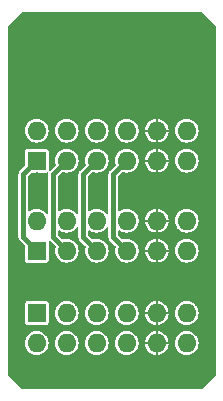
<source format=gbl>
G04 #@! TF.GenerationSoftware,KiCad,Pcbnew,7.0.1*
G04 #@! TF.CreationDate,2023-03-21T03:45:51+09:00*
G04 #@! TF.ProjectId,Pmod_Debug,506d6f64-5f44-4656-9275-672e6b696361,rev?*
G04 #@! TF.SameCoordinates,Original*
G04 #@! TF.FileFunction,Copper,L2,Bot*
G04 #@! TF.FilePolarity,Positive*
%FSLAX46Y46*%
G04 Gerber Fmt 4.6, Leading zero omitted, Abs format (unit mm)*
G04 Created by KiCad (PCBNEW 7.0.1) date 2023-03-21 03:45:51*
%MOMM*%
%LPD*%
G01*
G04 APERTURE LIST*
G04 #@! TA.AperFunction,ComponentPad*
%ADD10R,1.600000X1.600000*%
G04 #@! TD*
G04 #@! TA.AperFunction,ComponentPad*
%ADD11O,1.600000X1.600000*%
G04 #@! TD*
G04 #@! TA.AperFunction,ViaPad*
%ADD12C,0.800000*%
G04 #@! TD*
G04 #@! TA.AperFunction,Conductor*
%ADD13C,0.400000*%
G04 #@! TD*
G04 APERTURE END LIST*
D10*
G04 #@! TO.P,J1,1,Pin_1*
G04 #@! TO.N,/PMOD_P1*
X5080000Y-34490000D03*
D11*
G04 #@! TO.P,J1,2,Pin_2*
G04 #@! TO.N,/PMOD_P2*
X7620000Y-34490000D03*
G04 #@! TO.P,J1,3,Pin_3*
G04 #@! TO.N,/PMOD_P3*
X10160000Y-34490000D03*
G04 #@! TO.P,J1,4,Pin_4*
G04 #@! TO.N,/PMOD_P4*
X12700000Y-34490000D03*
G04 #@! TO.P,J1,5,Pin_5*
G04 #@! TO.N,GND*
X15240000Y-34490000D03*
G04 #@! TO.P,J1,6,Pin_6*
G04 #@! TO.N,+3V3*
X17780000Y-34490000D03*
G04 #@! TO.P,J1,7,Pin_7*
G04 #@! TO.N,/PMOD_P7*
X5080000Y-37030000D03*
G04 #@! TO.P,J1,8,Pin_8*
G04 #@! TO.N,/PMOD_P8*
X7620000Y-37030000D03*
G04 #@! TO.P,J1,9,Pin_9*
G04 #@! TO.N,/PMOD_P9*
X10160000Y-37030000D03*
G04 #@! TO.P,J1,10,Pin_10*
G04 #@! TO.N,/PMOD_P10*
X12700000Y-37030000D03*
G04 #@! TO.P,J1,11,Pin_11*
G04 #@! TO.N,GND*
X15240000Y-37030000D03*
G04 #@! TO.P,J1,12,Pin_12*
G04 #@! TO.N,+3V3*
X17780000Y-37030000D03*
G04 #@! TD*
D10*
G04 #@! TO.P,J2,1,Pin_1*
G04 #@! TO.N,/PMOD_P1*
X5080000Y-29210000D03*
D11*
G04 #@! TO.P,J2,2,Pin_2*
G04 #@! TO.N,/PMOD_P2*
X7620000Y-29210000D03*
G04 #@! TO.P,J2,3,Pin_3*
G04 #@! TO.N,/PMOD_P3*
X10160000Y-29210000D03*
G04 #@! TO.P,J2,4,Pin_4*
G04 #@! TO.N,/PMOD_P4*
X12700000Y-29210000D03*
G04 #@! TO.P,J2,5,Pin_5*
G04 #@! TO.N,GND*
X15240000Y-29210000D03*
G04 #@! TO.P,J2,6,Pin_6*
G04 #@! TO.N,+3V3*
X17780000Y-29210000D03*
G04 #@! TO.P,J2,7,Pin_7*
G04 #@! TO.N,/PMOD_P7*
X5080000Y-26670000D03*
G04 #@! TO.P,J2,8,Pin_8*
G04 #@! TO.N,/PMOD_P8*
X7620000Y-26670000D03*
G04 #@! TO.P,J2,9,Pin_9*
G04 #@! TO.N,/PMOD_P9*
X10160000Y-26670000D03*
G04 #@! TO.P,J2,10,Pin_10*
G04 #@! TO.N,/PMOD_P10*
X12700000Y-26670000D03*
G04 #@! TO.P,J2,11,Pin_11*
G04 #@! TO.N,GND*
X15240000Y-26670000D03*
G04 #@! TO.P,J2,12,Pin_12*
G04 #@! TO.N,+3V3*
X17780000Y-26670000D03*
G04 #@! TD*
D10*
G04 #@! TO.P,J3,1,Pin_1*
G04 #@! TO.N,/PMOD_P1*
X5080000Y-21590000D03*
D11*
G04 #@! TO.P,J3,2,Pin_2*
G04 #@! TO.N,/PMOD_P2*
X7620000Y-21590000D03*
G04 #@! TO.P,J3,3,Pin_3*
G04 #@! TO.N,/PMOD_P3*
X10160000Y-21590000D03*
G04 #@! TO.P,J3,4,Pin_4*
G04 #@! TO.N,/PMOD_P4*
X12700000Y-21590000D03*
G04 #@! TO.P,J3,5,Pin_5*
G04 #@! TO.N,GND*
X15240000Y-21590000D03*
G04 #@! TO.P,J3,6,Pin_6*
G04 #@! TO.N,+3V3*
X17780000Y-21590000D03*
G04 #@! TO.P,J3,7,Pin_7*
G04 #@! TO.N,/PMOD_P7*
X5080000Y-19050000D03*
G04 #@! TO.P,J3,8,Pin_8*
G04 #@! TO.N,/PMOD_P8*
X7620000Y-19050000D03*
G04 #@! TO.P,J3,9,Pin_9*
G04 #@! TO.N,/PMOD_P9*
X10160000Y-19050000D03*
G04 #@! TO.P,J3,10,Pin_10*
G04 #@! TO.N,/PMOD_P10*
X12700000Y-19050000D03*
G04 #@! TO.P,J3,11,Pin_11*
G04 #@! TO.N,GND*
X15240000Y-19050000D03*
G04 #@! TO.P,J3,12,Pin_12*
G04 #@! TO.N,+3V3*
X17780000Y-19050000D03*
G04 #@! TD*
D12*
G04 #@! TO.N,GND*
X5100000Y-25000000D03*
X7700000Y-24900000D03*
X10300000Y-24900000D03*
X7700000Y-23400000D03*
X12800000Y-24900000D03*
X12800000Y-23400000D03*
X5100000Y-23000000D03*
X10300000Y-23400000D03*
G04 #@! TD*
D13*
G04 #@! TO.N,/PMOD_P1*
X3930000Y-22740000D02*
X5080000Y-21590000D01*
X5080000Y-29210000D02*
X3930000Y-28060000D01*
X3930000Y-28060000D02*
X3930000Y-22740000D01*
G04 #@! TO.N,/PMOD_P2*
X6470000Y-28060000D02*
X6470000Y-22740000D01*
X6470000Y-22740000D02*
X7620000Y-21590000D01*
X7620000Y-29210000D02*
X6470000Y-28060000D01*
G04 #@! TO.N,/PMOD_P3*
X9010000Y-28060000D02*
X9010000Y-22740000D01*
X10160000Y-29210000D02*
X9010000Y-28060000D01*
X9010000Y-22740000D02*
X10160000Y-21590000D01*
G04 #@! TO.N,/PMOD_P4*
X11550000Y-28060000D02*
X11550000Y-22740000D01*
X11550000Y-22740000D02*
X12700000Y-21590000D01*
X12700000Y-29210000D02*
X11550000Y-28060000D01*
G04 #@! TD*
G04 #@! TA.AperFunction,Conductor*
G04 #@! TO.N,GND*
G36*
X6008386Y-22585902D02*
G01*
X6052815Y-22622364D01*
X6069500Y-22677366D01*
X6069500Y-26021925D01*
X6051441Y-26078930D01*
X6003852Y-26115138D01*
X5944096Y-26117339D01*
X5893972Y-26084730D01*
X5829500Y-26006172D01*
X5790883Y-25959117D01*
X5667694Y-25858018D01*
X5638536Y-25834088D01*
X5464727Y-25741185D01*
X5276130Y-25683975D01*
X5080000Y-25664658D01*
X4883869Y-25683975D01*
X4695272Y-25741185D01*
X4521462Y-25834088D01*
X4492305Y-25858018D01*
X4441619Y-25879745D01*
X4387172Y-25870985D01*
X4345859Y-25834455D01*
X4330500Y-25781490D01*
X4330500Y-22946901D01*
X4338036Y-22909015D01*
X4359496Y-22876897D01*
X4616897Y-22619496D01*
X4649015Y-22598036D01*
X4686901Y-22590500D01*
X5899747Y-22590500D01*
X5899748Y-22590500D01*
X5951187Y-22580268D01*
X6008386Y-22585902D01*
G37*
G04 #@! TD.AperFunction*
G04 #@! TA.AperFunction,Conductor*
G36*
X19015605Y-8973036D02*
G01*
X19047723Y-8994496D01*
X20215504Y-10162277D01*
X20236964Y-10194395D01*
X20244500Y-10232281D01*
X20244500Y-39657719D01*
X20236964Y-39695605D01*
X20215504Y-39727723D01*
X19047722Y-40895504D01*
X19015604Y-40916964D01*
X18977718Y-40924500D01*
X3882281Y-40924500D01*
X3844395Y-40916964D01*
X3812277Y-40895504D01*
X2644496Y-39727722D01*
X2623036Y-39695604D01*
X2615500Y-39657718D01*
X2615500Y-37029999D01*
X4074658Y-37029999D01*
X4093975Y-37226130D01*
X4151185Y-37414727D01*
X4244088Y-37588536D01*
X4244090Y-37588538D01*
X4369117Y-37740883D01*
X4498298Y-37846900D01*
X4521463Y-37865911D01*
X4695272Y-37958814D01*
X4789570Y-37987419D01*
X4883868Y-38016024D01*
X5080000Y-38035341D01*
X5276132Y-38016024D01*
X5464727Y-37958814D01*
X5638538Y-37865910D01*
X5790883Y-37740883D01*
X5915910Y-37588538D01*
X6008814Y-37414727D01*
X6066024Y-37226132D01*
X6085341Y-37030000D01*
X6085341Y-37029999D01*
X6614658Y-37029999D01*
X6633975Y-37226130D01*
X6691185Y-37414727D01*
X6784088Y-37588536D01*
X6784090Y-37588538D01*
X6909117Y-37740883D01*
X7038298Y-37846900D01*
X7061463Y-37865911D01*
X7235272Y-37958814D01*
X7329570Y-37987419D01*
X7423868Y-38016024D01*
X7620000Y-38035341D01*
X7816132Y-38016024D01*
X8004727Y-37958814D01*
X8178538Y-37865910D01*
X8330883Y-37740883D01*
X8455910Y-37588538D01*
X8548814Y-37414727D01*
X8606024Y-37226132D01*
X8625341Y-37030000D01*
X8625341Y-37029999D01*
X9154658Y-37029999D01*
X9173975Y-37226130D01*
X9231185Y-37414727D01*
X9324088Y-37588536D01*
X9324090Y-37588538D01*
X9449117Y-37740883D01*
X9578298Y-37846900D01*
X9601463Y-37865911D01*
X9775272Y-37958814D01*
X9869570Y-37987419D01*
X9963868Y-38016024D01*
X10160000Y-38035341D01*
X10356132Y-38016024D01*
X10544727Y-37958814D01*
X10718538Y-37865910D01*
X10870883Y-37740883D01*
X10995910Y-37588538D01*
X11088814Y-37414727D01*
X11146024Y-37226132D01*
X11165341Y-37030000D01*
X11165341Y-37029999D01*
X11694658Y-37029999D01*
X11713975Y-37226130D01*
X11771185Y-37414727D01*
X11864088Y-37588536D01*
X11864090Y-37588538D01*
X11989117Y-37740883D01*
X12118298Y-37846900D01*
X12141463Y-37865911D01*
X12315272Y-37958814D01*
X12409570Y-37987419D01*
X12503868Y-38016024D01*
X12700000Y-38035341D01*
X12896132Y-38016024D01*
X13084727Y-37958814D01*
X13258538Y-37865910D01*
X13410883Y-37740883D01*
X13535910Y-37588538D01*
X13628814Y-37414727D01*
X13686024Y-37226132D01*
X13695492Y-37130000D01*
X14245010Y-37130000D01*
X14254469Y-37226034D01*
X14311649Y-37414536D01*
X14404504Y-37588254D01*
X14529472Y-37740527D01*
X14681745Y-37865495D01*
X14855463Y-37958350D01*
X15043965Y-38015530D01*
X15140000Y-38024990D01*
X15340000Y-38024990D01*
X15436034Y-38015530D01*
X15624536Y-37958350D01*
X15798254Y-37865495D01*
X15950527Y-37740527D01*
X16075495Y-37588254D01*
X16168350Y-37414536D01*
X16225530Y-37226034D01*
X16234990Y-37130000D01*
X15340001Y-37130000D01*
X15340000Y-37130001D01*
X15340000Y-38024990D01*
X15140000Y-38024990D01*
X15140000Y-37130001D01*
X15139999Y-37130000D01*
X14245010Y-37130000D01*
X13695492Y-37130000D01*
X13705341Y-37030000D01*
X16774658Y-37030000D01*
X16793975Y-37226130D01*
X16851185Y-37414727D01*
X16944088Y-37588536D01*
X16944090Y-37588538D01*
X17069117Y-37740883D01*
X17198298Y-37846900D01*
X17221463Y-37865911D01*
X17395272Y-37958814D01*
X17489570Y-37987419D01*
X17583868Y-38016024D01*
X17780000Y-38035341D01*
X17976132Y-38016024D01*
X18164727Y-37958814D01*
X18338538Y-37865910D01*
X18490883Y-37740883D01*
X18615910Y-37588538D01*
X18708814Y-37414727D01*
X18766024Y-37226132D01*
X18785341Y-37030000D01*
X18766024Y-36833868D01*
X18708814Y-36645273D01*
X18708814Y-36645272D01*
X18615911Y-36471463D01*
X18596900Y-36448298D01*
X18490883Y-36319117D01*
X18384864Y-36232109D01*
X18338536Y-36194088D01*
X18164727Y-36101185D01*
X17976130Y-36043975D01*
X17780000Y-36024658D01*
X17583869Y-36043975D01*
X17395272Y-36101185D01*
X17221463Y-36194088D01*
X17069117Y-36319117D01*
X16944088Y-36471463D01*
X16851185Y-36645272D01*
X16793975Y-36833869D01*
X16774658Y-37030000D01*
X13705341Y-37030000D01*
X13695492Y-36930000D01*
X14245009Y-36930000D01*
X15139999Y-36930000D01*
X15140000Y-36929999D01*
X15140000Y-36035009D01*
X15339999Y-36035009D01*
X15340000Y-36035010D01*
X15340000Y-36929999D01*
X15340001Y-36930000D01*
X16234990Y-36930000D01*
X16225530Y-36833965D01*
X16168350Y-36645463D01*
X16075495Y-36471745D01*
X15950527Y-36319472D01*
X15798254Y-36194504D01*
X15624536Y-36101649D01*
X15436034Y-36044469D01*
X15339999Y-36035009D01*
X15140000Y-36035009D01*
X15043965Y-36044469D01*
X14855463Y-36101649D01*
X14681745Y-36194504D01*
X14529472Y-36319472D01*
X14404504Y-36471745D01*
X14311649Y-36645463D01*
X14254469Y-36833965D01*
X14245009Y-36930000D01*
X13695492Y-36930000D01*
X13686024Y-36833868D01*
X13628814Y-36645273D01*
X13628814Y-36645272D01*
X13535911Y-36471463D01*
X13516900Y-36448298D01*
X13410883Y-36319117D01*
X13304864Y-36232109D01*
X13258536Y-36194088D01*
X13084727Y-36101185D01*
X12896130Y-36043975D01*
X12700000Y-36024658D01*
X12503869Y-36043975D01*
X12315272Y-36101185D01*
X12141463Y-36194088D01*
X11989117Y-36319117D01*
X11864088Y-36471463D01*
X11771185Y-36645272D01*
X11713975Y-36833869D01*
X11694658Y-37029999D01*
X11165341Y-37029999D01*
X11146024Y-36833868D01*
X11088814Y-36645273D01*
X11088814Y-36645272D01*
X10995911Y-36471463D01*
X10976900Y-36448298D01*
X10870883Y-36319117D01*
X10764864Y-36232109D01*
X10718536Y-36194088D01*
X10544727Y-36101185D01*
X10356130Y-36043975D01*
X10160000Y-36024658D01*
X9963869Y-36043975D01*
X9775272Y-36101185D01*
X9601463Y-36194088D01*
X9449117Y-36319117D01*
X9324088Y-36471463D01*
X9231185Y-36645272D01*
X9173975Y-36833869D01*
X9154658Y-37029999D01*
X8625341Y-37029999D01*
X8606024Y-36833868D01*
X8548814Y-36645273D01*
X8548814Y-36645272D01*
X8455911Y-36471463D01*
X8436900Y-36448298D01*
X8330883Y-36319117D01*
X8224864Y-36232109D01*
X8178536Y-36194088D01*
X8004727Y-36101185D01*
X7816130Y-36043975D01*
X7620000Y-36024658D01*
X7423869Y-36043975D01*
X7235272Y-36101185D01*
X7061463Y-36194088D01*
X6909117Y-36319117D01*
X6784088Y-36471463D01*
X6691185Y-36645272D01*
X6633975Y-36833869D01*
X6614658Y-37029999D01*
X6085341Y-37029999D01*
X6066024Y-36833868D01*
X6008814Y-36645273D01*
X6008814Y-36645272D01*
X5915911Y-36471463D01*
X5896900Y-36448298D01*
X5790883Y-36319117D01*
X5684864Y-36232109D01*
X5638536Y-36194088D01*
X5464727Y-36101185D01*
X5276130Y-36043975D01*
X5080000Y-36024658D01*
X4883869Y-36043975D01*
X4695272Y-36101185D01*
X4521463Y-36194088D01*
X4369117Y-36319117D01*
X4244088Y-36471463D01*
X4151185Y-36645272D01*
X4093975Y-36833869D01*
X4074658Y-37029999D01*
X2615500Y-37029999D01*
X2615500Y-35309747D01*
X4079500Y-35309747D01*
X4091133Y-35368231D01*
X4135447Y-35434552D01*
X4179762Y-35464162D01*
X4201769Y-35478867D01*
X4260252Y-35490500D01*
X5899747Y-35490500D01*
X5899748Y-35490500D01*
X5958231Y-35478867D01*
X6024552Y-35434552D01*
X6068867Y-35368231D01*
X6080500Y-35309748D01*
X6080500Y-34490000D01*
X6614658Y-34490000D01*
X6633975Y-34686130D01*
X6691185Y-34874727D01*
X6784088Y-35048536D01*
X6784090Y-35048538D01*
X6909117Y-35200883D01*
X7038298Y-35306900D01*
X7061463Y-35325911D01*
X7235272Y-35418814D01*
X7329570Y-35447419D01*
X7423868Y-35476024D01*
X7620000Y-35495341D01*
X7816132Y-35476024D01*
X8004727Y-35418814D01*
X8178538Y-35325910D01*
X8330883Y-35200883D01*
X8455910Y-35048538D01*
X8548814Y-34874727D01*
X8606024Y-34686132D01*
X8625341Y-34490000D01*
X9154658Y-34490000D01*
X9173975Y-34686130D01*
X9231185Y-34874727D01*
X9324088Y-35048536D01*
X9324090Y-35048538D01*
X9449117Y-35200883D01*
X9578298Y-35306900D01*
X9601463Y-35325911D01*
X9775272Y-35418814D01*
X9869570Y-35447419D01*
X9963868Y-35476024D01*
X10160000Y-35495341D01*
X10356132Y-35476024D01*
X10544727Y-35418814D01*
X10718538Y-35325910D01*
X10870883Y-35200883D01*
X10995910Y-35048538D01*
X11088814Y-34874727D01*
X11146024Y-34686132D01*
X11165341Y-34490000D01*
X11694658Y-34490000D01*
X11713975Y-34686130D01*
X11771185Y-34874727D01*
X11864088Y-35048536D01*
X11864090Y-35048538D01*
X11989117Y-35200883D01*
X12118298Y-35306900D01*
X12141463Y-35325911D01*
X12315272Y-35418814D01*
X12409570Y-35447419D01*
X12503868Y-35476024D01*
X12700000Y-35495341D01*
X12896132Y-35476024D01*
X13084727Y-35418814D01*
X13258538Y-35325910D01*
X13410883Y-35200883D01*
X13535910Y-35048538D01*
X13628814Y-34874727D01*
X13686024Y-34686132D01*
X13695492Y-34590000D01*
X14245010Y-34590000D01*
X14254469Y-34686034D01*
X14311649Y-34874536D01*
X14404504Y-35048254D01*
X14529472Y-35200527D01*
X14681745Y-35325495D01*
X14855463Y-35418350D01*
X15043965Y-35475530D01*
X15140000Y-35484990D01*
X15340000Y-35484990D01*
X15436034Y-35475530D01*
X15624536Y-35418350D01*
X15798254Y-35325495D01*
X15950527Y-35200527D01*
X16075495Y-35048254D01*
X16168350Y-34874536D01*
X16225530Y-34686034D01*
X16234990Y-34590000D01*
X15340001Y-34590000D01*
X15340000Y-34590001D01*
X15340000Y-35484990D01*
X15140000Y-35484990D01*
X15140000Y-34590001D01*
X15139999Y-34590000D01*
X14245010Y-34590000D01*
X13695492Y-34590000D01*
X13705341Y-34490000D01*
X13705341Y-34489999D01*
X16774658Y-34489999D01*
X16793975Y-34686130D01*
X16851185Y-34874727D01*
X16944088Y-35048536D01*
X16944090Y-35048538D01*
X17069117Y-35200883D01*
X17198298Y-35306900D01*
X17221463Y-35325911D01*
X17395272Y-35418814D01*
X17489570Y-35447419D01*
X17583868Y-35476024D01*
X17780000Y-35495341D01*
X17976132Y-35476024D01*
X18164727Y-35418814D01*
X18338538Y-35325910D01*
X18490883Y-35200883D01*
X18615910Y-35048538D01*
X18708814Y-34874727D01*
X18766024Y-34686132D01*
X18785341Y-34490000D01*
X18766024Y-34293868D01*
X18708814Y-34105273D01*
X18708814Y-34105272D01*
X18615911Y-33931463D01*
X18596900Y-33908298D01*
X18490883Y-33779117D01*
X18358233Y-33670253D01*
X18338536Y-33654088D01*
X18164727Y-33561185D01*
X17976130Y-33503975D01*
X17780000Y-33484658D01*
X17583869Y-33503975D01*
X17395272Y-33561185D01*
X17221463Y-33654088D01*
X17069117Y-33779117D01*
X16944088Y-33931463D01*
X16851185Y-34105272D01*
X16793975Y-34293869D01*
X16774658Y-34489999D01*
X13705341Y-34489999D01*
X13695492Y-34390000D01*
X14245009Y-34390000D01*
X15139999Y-34390000D01*
X15140000Y-34389999D01*
X15140000Y-33495009D01*
X15339999Y-33495009D01*
X15340000Y-33495010D01*
X15340000Y-34389999D01*
X15340001Y-34390000D01*
X16234990Y-34390000D01*
X16225530Y-34293965D01*
X16168350Y-34105463D01*
X16075495Y-33931745D01*
X15950527Y-33779472D01*
X15798254Y-33654504D01*
X15624536Y-33561649D01*
X15436034Y-33504469D01*
X15339999Y-33495009D01*
X15140000Y-33495009D01*
X15043965Y-33504469D01*
X14855463Y-33561649D01*
X14681745Y-33654504D01*
X14529472Y-33779472D01*
X14404504Y-33931745D01*
X14311649Y-34105463D01*
X14254469Y-34293965D01*
X14245009Y-34390000D01*
X13695492Y-34390000D01*
X13686024Y-34293868D01*
X13628814Y-34105273D01*
X13628814Y-34105272D01*
X13535911Y-33931463D01*
X13516900Y-33908298D01*
X13410883Y-33779117D01*
X13278233Y-33670253D01*
X13258536Y-33654088D01*
X13084727Y-33561185D01*
X12896130Y-33503975D01*
X12700000Y-33484658D01*
X12503869Y-33503975D01*
X12315272Y-33561185D01*
X12141463Y-33654088D01*
X11989117Y-33779117D01*
X11864088Y-33931463D01*
X11771185Y-34105272D01*
X11713975Y-34293869D01*
X11694658Y-34490000D01*
X11165341Y-34490000D01*
X11146024Y-34293868D01*
X11088814Y-34105273D01*
X11088814Y-34105272D01*
X10995911Y-33931463D01*
X10976900Y-33908298D01*
X10870883Y-33779117D01*
X10738233Y-33670253D01*
X10718536Y-33654088D01*
X10544727Y-33561185D01*
X10356130Y-33503975D01*
X10160000Y-33484658D01*
X9963869Y-33503975D01*
X9775272Y-33561185D01*
X9601463Y-33654088D01*
X9449117Y-33779117D01*
X9324088Y-33931463D01*
X9231185Y-34105272D01*
X9173975Y-34293869D01*
X9154658Y-34490000D01*
X8625341Y-34490000D01*
X8606024Y-34293868D01*
X8548814Y-34105273D01*
X8548814Y-34105272D01*
X8455911Y-33931463D01*
X8436900Y-33908298D01*
X8330883Y-33779117D01*
X8198233Y-33670253D01*
X8178536Y-33654088D01*
X8004727Y-33561185D01*
X7816130Y-33503975D01*
X7620000Y-33484658D01*
X7423869Y-33503975D01*
X7235272Y-33561185D01*
X7061463Y-33654088D01*
X6909117Y-33779117D01*
X6784088Y-33931463D01*
X6691185Y-34105272D01*
X6633975Y-34293869D01*
X6614658Y-34490000D01*
X6080500Y-34490000D01*
X6080500Y-33670252D01*
X6068867Y-33611769D01*
X6054162Y-33589761D01*
X6024552Y-33545447D01*
X5958231Y-33501133D01*
X5899748Y-33489500D01*
X4260252Y-33489500D01*
X4232556Y-33495009D01*
X4201768Y-33501133D01*
X4135447Y-33545447D01*
X4091133Y-33611768D01*
X4091132Y-33611769D01*
X4091133Y-33611769D01*
X4082633Y-33654504D01*
X4079500Y-33670253D01*
X4079500Y-35309747D01*
X2615500Y-35309747D01*
X2615500Y-28123433D01*
X3529500Y-28123433D01*
X3536953Y-28146373D01*
X3540579Y-28161474D01*
X3544353Y-28185302D01*
X3544353Y-28185303D01*
X3544354Y-28185304D01*
X3555305Y-28206796D01*
X3561247Y-28221141D01*
X3568704Y-28244090D01*
X3582885Y-28263610D01*
X3590998Y-28276850D01*
X3601949Y-28298342D01*
X4050504Y-28746897D01*
X4071964Y-28779015D01*
X4079500Y-28816901D01*
X4079500Y-30029747D01*
X4091133Y-30088231D01*
X4135447Y-30154552D01*
X4179762Y-30184162D01*
X4201769Y-30198867D01*
X4260252Y-30210500D01*
X5899747Y-30210500D01*
X5899748Y-30210500D01*
X5958231Y-30198867D01*
X6024552Y-30154552D01*
X6068867Y-30088231D01*
X6080500Y-30029748D01*
X6080500Y-28475901D01*
X6097185Y-28420900D01*
X6141614Y-28384437D01*
X6198814Y-28378803D01*
X6249504Y-28405897D01*
X6644035Y-28800428D01*
X6670064Y-28846377D01*
X6668768Y-28899170D01*
X6633975Y-29013868D01*
X6614658Y-29209999D01*
X6633975Y-29406130D01*
X6691185Y-29594727D01*
X6784088Y-29768536D01*
X6784090Y-29768538D01*
X6909117Y-29920883D01*
X7038298Y-30026900D01*
X7061463Y-30045911D01*
X7235272Y-30138814D01*
X7329570Y-30167418D01*
X7423868Y-30196024D01*
X7620000Y-30215341D01*
X7816132Y-30196024D01*
X8004727Y-30138814D01*
X8178538Y-30045910D01*
X8330883Y-29920883D01*
X8455910Y-29768538D01*
X8548814Y-29594727D01*
X8606024Y-29406132D01*
X8625341Y-29210000D01*
X8606024Y-29013868D01*
X8548814Y-28825273D01*
X8548814Y-28825272D01*
X8455911Y-28651463D01*
X8436900Y-28628298D01*
X8330883Y-28499117D01*
X8217295Y-28405897D01*
X8178536Y-28374088D01*
X8004727Y-28281185D01*
X7816130Y-28223975D01*
X7620000Y-28204658D01*
X7423868Y-28223975D01*
X7309170Y-28258768D01*
X7256377Y-28260064D01*
X7210428Y-28234035D01*
X6899496Y-27923103D01*
X6878036Y-27890985D01*
X6870500Y-27853099D01*
X6870500Y-27558510D01*
X6885859Y-27505545D01*
X6927172Y-27469015D01*
X6981619Y-27460255D01*
X7032305Y-27481982D01*
X7061462Y-27505911D01*
X7235272Y-27598814D01*
X7329570Y-27627418D01*
X7423868Y-27656024D01*
X7620000Y-27675341D01*
X7816132Y-27656024D01*
X8004727Y-27598814D01*
X8178538Y-27505910D01*
X8330883Y-27380883D01*
X8429212Y-27261070D01*
X8433972Y-27255270D01*
X8484096Y-27222661D01*
X8543852Y-27224862D01*
X8591441Y-27261070D01*
X8609500Y-27318075D01*
X8609500Y-28123433D01*
X8616953Y-28146373D01*
X8620579Y-28161474D01*
X8624353Y-28185302D01*
X8624353Y-28185303D01*
X8624354Y-28185304D01*
X8635305Y-28206796D01*
X8641247Y-28221141D01*
X8648704Y-28244090D01*
X8662885Y-28263610D01*
X8670998Y-28276850D01*
X8681949Y-28298342D01*
X9184035Y-28800428D01*
X9210064Y-28846377D01*
X9208768Y-28899170D01*
X9173975Y-29013868D01*
X9154658Y-29209999D01*
X9173975Y-29406130D01*
X9231185Y-29594727D01*
X9324088Y-29768536D01*
X9324090Y-29768538D01*
X9449117Y-29920883D01*
X9578298Y-30026900D01*
X9601463Y-30045911D01*
X9775272Y-30138814D01*
X9869570Y-30167418D01*
X9963868Y-30196024D01*
X10160000Y-30215341D01*
X10356132Y-30196024D01*
X10544727Y-30138814D01*
X10718538Y-30045910D01*
X10870883Y-29920883D01*
X10995910Y-29768538D01*
X11088814Y-29594727D01*
X11146024Y-29406132D01*
X11165341Y-29210000D01*
X11146024Y-29013868D01*
X11088814Y-28825273D01*
X11088814Y-28825272D01*
X10995911Y-28651463D01*
X10976900Y-28628298D01*
X10870883Y-28499117D01*
X10757295Y-28405897D01*
X10718536Y-28374088D01*
X10544727Y-28281185D01*
X10356130Y-28223975D01*
X10160000Y-28204658D01*
X9963868Y-28223975D01*
X9849170Y-28258768D01*
X9796377Y-28260064D01*
X9750428Y-28234035D01*
X9439496Y-27923103D01*
X9418036Y-27890985D01*
X9410500Y-27853099D01*
X9410500Y-27558510D01*
X9425859Y-27505545D01*
X9467172Y-27469015D01*
X9521619Y-27460255D01*
X9572305Y-27481982D01*
X9601462Y-27505911D01*
X9775272Y-27598814D01*
X9869570Y-27627418D01*
X9963868Y-27656024D01*
X10160000Y-27675341D01*
X10356132Y-27656024D01*
X10544727Y-27598814D01*
X10718538Y-27505910D01*
X10870883Y-27380883D01*
X10969212Y-27261070D01*
X10973972Y-27255270D01*
X11024096Y-27222661D01*
X11083852Y-27224862D01*
X11131441Y-27261070D01*
X11149500Y-27318075D01*
X11149500Y-28123433D01*
X11156953Y-28146373D01*
X11160579Y-28161474D01*
X11164353Y-28185302D01*
X11164353Y-28185303D01*
X11164354Y-28185304D01*
X11175305Y-28206796D01*
X11181247Y-28221141D01*
X11188704Y-28244090D01*
X11202885Y-28263610D01*
X11210998Y-28276850D01*
X11221949Y-28298342D01*
X11724035Y-28800428D01*
X11750064Y-28846377D01*
X11748768Y-28899170D01*
X11713975Y-29013868D01*
X11694658Y-29209999D01*
X11713975Y-29406130D01*
X11771185Y-29594727D01*
X11864088Y-29768536D01*
X11864090Y-29768538D01*
X11989117Y-29920883D01*
X12118298Y-30026900D01*
X12141463Y-30045911D01*
X12315272Y-30138814D01*
X12409570Y-30167418D01*
X12503868Y-30196024D01*
X12700000Y-30215341D01*
X12896132Y-30196024D01*
X13084727Y-30138814D01*
X13258538Y-30045910D01*
X13410883Y-29920883D01*
X13535910Y-29768538D01*
X13628814Y-29594727D01*
X13686024Y-29406132D01*
X13695492Y-29310000D01*
X14245010Y-29310000D01*
X14254469Y-29406034D01*
X14311649Y-29594536D01*
X14404504Y-29768254D01*
X14529472Y-29920527D01*
X14681745Y-30045495D01*
X14855463Y-30138350D01*
X15043965Y-30195530D01*
X15140000Y-30204990D01*
X15340000Y-30204990D01*
X15436034Y-30195530D01*
X15624536Y-30138350D01*
X15798254Y-30045495D01*
X15950527Y-29920527D01*
X16075495Y-29768254D01*
X16168350Y-29594536D01*
X16225530Y-29406034D01*
X16234990Y-29310000D01*
X15340001Y-29310000D01*
X15340000Y-29310001D01*
X15340000Y-30204990D01*
X15140000Y-30204990D01*
X15140000Y-29310001D01*
X15139999Y-29310000D01*
X14245010Y-29310000D01*
X13695492Y-29310000D01*
X13705341Y-29210000D01*
X13705341Y-29209999D01*
X16774658Y-29209999D01*
X16793975Y-29406130D01*
X16851185Y-29594727D01*
X16944088Y-29768536D01*
X16944090Y-29768538D01*
X17069117Y-29920883D01*
X17198298Y-30026900D01*
X17221463Y-30045911D01*
X17395272Y-30138814D01*
X17489570Y-30167418D01*
X17583868Y-30196024D01*
X17780000Y-30215341D01*
X17976132Y-30196024D01*
X18164727Y-30138814D01*
X18338538Y-30045910D01*
X18490883Y-29920883D01*
X18615910Y-29768538D01*
X18708814Y-29594727D01*
X18766024Y-29406132D01*
X18785341Y-29210000D01*
X18766024Y-29013868D01*
X18708814Y-28825273D01*
X18708814Y-28825272D01*
X18615911Y-28651463D01*
X18596900Y-28628298D01*
X18490883Y-28499117D01*
X18377295Y-28405897D01*
X18338536Y-28374088D01*
X18164727Y-28281185D01*
X17976130Y-28223975D01*
X17780000Y-28204658D01*
X17583869Y-28223975D01*
X17395272Y-28281185D01*
X17221463Y-28374088D01*
X17069117Y-28499117D01*
X16944088Y-28651463D01*
X16851185Y-28825272D01*
X16793975Y-29013869D01*
X16774658Y-29209999D01*
X13705341Y-29209999D01*
X13695492Y-29110000D01*
X14245009Y-29110000D01*
X15139999Y-29110000D01*
X15140000Y-29109999D01*
X15140000Y-28215009D01*
X15339999Y-28215009D01*
X15340000Y-28215010D01*
X15340000Y-29109999D01*
X15340001Y-29110000D01*
X16234990Y-29110000D01*
X16225530Y-29013965D01*
X16168350Y-28825463D01*
X16075495Y-28651745D01*
X15950527Y-28499472D01*
X15798254Y-28374504D01*
X15624536Y-28281649D01*
X15436034Y-28224469D01*
X15339999Y-28215009D01*
X15140000Y-28215009D01*
X15043965Y-28224469D01*
X14855463Y-28281649D01*
X14681745Y-28374504D01*
X14529472Y-28499472D01*
X14404504Y-28651745D01*
X14311649Y-28825463D01*
X14254469Y-29013965D01*
X14245009Y-29110000D01*
X13695492Y-29110000D01*
X13686024Y-29013868D01*
X13628814Y-28825273D01*
X13628814Y-28825272D01*
X13535911Y-28651463D01*
X13516900Y-28628298D01*
X13410883Y-28499117D01*
X13297295Y-28405897D01*
X13258536Y-28374088D01*
X13084727Y-28281185D01*
X12896130Y-28223975D01*
X12700000Y-28204658D01*
X12503868Y-28223975D01*
X12389170Y-28258768D01*
X12336377Y-28260064D01*
X12290428Y-28234035D01*
X11979496Y-27923103D01*
X11958036Y-27890985D01*
X11950500Y-27853099D01*
X11950500Y-27558510D01*
X11965859Y-27505545D01*
X12007172Y-27469015D01*
X12061619Y-27460255D01*
X12112305Y-27481982D01*
X12141462Y-27505911D01*
X12315272Y-27598814D01*
X12409570Y-27627418D01*
X12503868Y-27656024D01*
X12700000Y-27675341D01*
X12896132Y-27656024D01*
X13084727Y-27598814D01*
X13258538Y-27505910D01*
X13410883Y-27380883D01*
X13535910Y-27228538D01*
X13628814Y-27054727D01*
X13686024Y-26866132D01*
X13695492Y-26770000D01*
X14245010Y-26770000D01*
X14254469Y-26866034D01*
X14311649Y-27054536D01*
X14404504Y-27228254D01*
X14529472Y-27380527D01*
X14681745Y-27505495D01*
X14855463Y-27598350D01*
X15043965Y-27655530D01*
X15140000Y-27664990D01*
X15340000Y-27664990D01*
X15436034Y-27655530D01*
X15624536Y-27598350D01*
X15798254Y-27505495D01*
X15950527Y-27380527D01*
X16075495Y-27228254D01*
X16168350Y-27054536D01*
X16225530Y-26866034D01*
X16234990Y-26770000D01*
X15340001Y-26770000D01*
X15340000Y-26770001D01*
X15340000Y-27664990D01*
X15140000Y-27664990D01*
X15140000Y-26770001D01*
X15139999Y-26770000D01*
X14245010Y-26770000D01*
X13695492Y-26770000D01*
X13705341Y-26670000D01*
X16774658Y-26670000D01*
X16793975Y-26866130D01*
X16851185Y-27054727D01*
X16944088Y-27228536D01*
X16970788Y-27261070D01*
X17069117Y-27380883D01*
X17165832Y-27460255D01*
X17221463Y-27505911D01*
X17395272Y-27598814D01*
X17489570Y-27627418D01*
X17583868Y-27656024D01*
X17780000Y-27675341D01*
X17976132Y-27656024D01*
X18164727Y-27598814D01*
X18338538Y-27505910D01*
X18490883Y-27380883D01*
X18615910Y-27228538D01*
X18708814Y-27054727D01*
X18766024Y-26866132D01*
X18785341Y-26670000D01*
X18766024Y-26473868D01*
X18708814Y-26285273D01*
X18708814Y-26285272D01*
X18615911Y-26111463D01*
X18593971Y-26084730D01*
X18490883Y-25959117D01*
X18367694Y-25858018D01*
X18338536Y-25834088D01*
X18164727Y-25741185D01*
X17976130Y-25683975D01*
X17780000Y-25664658D01*
X17583869Y-25683975D01*
X17395272Y-25741185D01*
X17221463Y-25834088D01*
X17069117Y-25959117D01*
X16944088Y-26111463D01*
X16851185Y-26285272D01*
X16793975Y-26473869D01*
X16774658Y-26670000D01*
X13705341Y-26670000D01*
X13695492Y-26570000D01*
X14245009Y-26570000D01*
X15139999Y-26570000D01*
X15140000Y-26569999D01*
X15140000Y-25675009D01*
X15339999Y-25675009D01*
X15340000Y-25675010D01*
X15340000Y-26569999D01*
X15340001Y-26570000D01*
X16234990Y-26570000D01*
X16225530Y-26473965D01*
X16168350Y-26285463D01*
X16075495Y-26111745D01*
X15950527Y-25959472D01*
X15798254Y-25834504D01*
X15624536Y-25741649D01*
X15436034Y-25684469D01*
X15339999Y-25675009D01*
X15140000Y-25675009D01*
X15043965Y-25684469D01*
X14855463Y-25741649D01*
X14681745Y-25834504D01*
X14529472Y-25959472D01*
X14404504Y-26111745D01*
X14311649Y-26285463D01*
X14254469Y-26473965D01*
X14245009Y-26570000D01*
X13695492Y-26570000D01*
X13686024Y-26473868D01*
X13628814Y-26285273D01*
X13628814Y-26285272D01*
X13535911Y-26111463D01*
X13513971Y-26084730D01*
X13410883Y-25959117D01*
X13287694Y-25858018D01*
X13258536Y-25834088D01*
X13084727Y-25741185D01*
X12896130Y-25683975D01*
X12700000Y-25664658D01*
X12503869Y-25683975D01*
X12315272Y-25741185D01*
X12141462Y-25834088D01*
X12112305Y-25858018D01*
X12061619Y-25879745D01*
X12007172Y-25870985D01*
X11965859Y-25834455D01*
X11950500Y-25781490D01*
X11950500Y-22946900D01*
X11958036Y-22909014D01*
X11979496Y-22876897D01*
X12210177Y-22646215D01*
X12290429Y-22565962D01*
X12336376Y-22539934D01*
X12389169Y-22541229D01*
X12428100Y-22553039D01*
X12503870Y-22576025D01*
X12699999Y-22595341D01*
X12699999Y-22595340D01*
X12700000Y-22595341D01*
X12896132Y-22576024D01*
X13084727Y-22518814D01*
X13258538Y-22425910D01*
X13410883Y-22300883D01*
X13535910Y-22148538D01*
X13628814Y-21974727D01*
X13686024Y-21786132D01*
X13695492Y-21690000D01*
X14245010Y-21690000D01*
X14254469Y-21786034D01*
X14311649Y-21974536D01*
X14404504Y-22148254D01*
X14529472Y-22300527D01*
X14681745Y-22425495D01*
X14855463Y-22518350D01*
X15043965Y-22575530D01*
X15140000Y-22584990D01*
X15340000Y-22584990D01*
X15436034Y-22575530D01*
X15624536Y-22518350D01*
X15798254Y-22425495D01*
X15950527Y-22300527D01*
X16075495Y-22148254D01*
X16168350Y-21974536D01*
X16225530Y-21786034D01*
X16234990Y-21690000D01*
X15340001Y-21690000D01*
X15340000Y-21690001D01*
X15340000Y-22584990D01*
X15140000Y-22584990D01*
X15140000Y-21690001D01*
X15139999Y-21690000D01*
X14245010Y-21690000D01*
X13695492Y-21690000D01*
X13705341Y-21590000D01*
X16774658Y-21590000D01*
X16793975Y-21786130D01*
X16851185Y-21974727D01*
X16944088Y-22148536D01*
X16944090Y-22148538D01*
X17069117Y-22300883D01*
X17182704Y-22394102D01*
X17221463Y-22425911D01*
X17395272Y-22518814D01*
X17464896Y-22539934D01*
X17583868Y-22576024D01*
X17780000Y-22595341D01*
X17976132Y-22576024D01*
X18164727Y-22518814D01*
X18338538Y-22425910D01*
X18490883Y-22300883D01*
X18615910Y-22148538D01*
X18708814Y-21974727D01*
X18766024Y-21786132D01*
X18785341Y-21590000D01*
X18766024Y-21393868D01*
X18708814Y-21205273D01*
X18708814Y-21205272D01*
X18615911Y-21031463D01*
X18596900Y-21008298D01*
X18490883Y-20879117D01*
X18358233Y-20770253D01*
X18338536Y-20754088D01*
X18164727Y-20661185D01*
X17976130Y-20603975D01*
X17780000Y-20584658D01*
X17583869Y-20603975D01*
X17395272Y-20661185D01*
X17221463Y-20754088D01*
X17069117Y-20879117D01*
X16944088Y-21031463D01*
X16851185Y-21205272D01*
X16793975Y-21393869D01*
X16774658Y-21590000D01*
X13705341Y-21590000D01*
X13695492Y-21490000D01*
X14245009Y-21490000D01*
X15139999Y-21490000D01*
X15140000Y-21489999D01*
X15140000Y-20595009D01*
X15339999Y-20595009D01*
X15340000Y-20595010D01*
X15340000Y-21489999D01*
X15340001Y-21490000D01*
X16234990Y-21490000D01*
X16225530Y-21393965D01*
X16168350Y-21205463D01*
X16075495Y-21031745D01*
X15950527Y-20879472D01*
X15798254Y-20754504D01*
X15624536Y-20661649D01*
X15436034Y-20604469D01*
X15339999Y-20595009D01*
X15140000Y-20595009D01*
X15043965Y-20604469D01*
X14855463Y-20661649D01*
X14681745Y-20754504D01*
X14529472Y-20879472D01*
X14404504Y-21031745D01*
X14311649Y-21205463D01*
X14254469Y-21393965D01*
X14245009Y-21490000D01*
X13695492Y-21490000D01*
X13686024Y-21393868D01*
X13628814Y-21205273D01*
X13628814Y-21205272D01*
X13535911Y-21031463D01*
X13516900Y-21008298D01*
X13410883Y-20879117D01*
X13278233Y-20770253D01*
X13258536Y-20754088D01*
X13084727Y-20661185D01*
X12896130Y-20603975D01*
X12700000Y-20584658D01*
X12503869Y-20603975D01*
X12315272Y-20661185D01*
X12141463Y-20754088D01*
X11989117Y-20879117D01*
X11864088Y-21031463D01*
X11771185Y-21205272D01*
X11713975Y-21393869D01*
X11694658Y-21590000D01*
X11713975Y-21786130D01*
X11748768Y-21900828D01*
X11750064Y-21953621D01*
X11724035Y-21999569D01*
X11244516Y-22479090D01*
X11244516Y-22479091D01*
X11221949Y-22501658D01*
X11210997Y-22523151D01*
X11202887Y-22536386D01*
X11188704Y-22555908D01*
X11181249Y-22578853D01*
X11175305Y-22593200D01*
X11164352Y-22614695D01*
X11160577Y-22638528D01*
X11156953Y-22653624D01*
X11149500Y-22676565D01*
X11149500Y-26021925D01*
X11131441Y-26078930D01*
X11083852Y-26115138D01*
X11024096Y-26117339D01*
X10973972Y-26084730D01*
X10909500Y-26006172D01*
X10870883Y-25959117D01*
X10747694Y-25858018D01*
X10718536Y-25834088D01*
X10544727Y-25741185D01*
X10356130Y-25683975D01*
X10160000Y-25664658D01*
X9963869Y-25683975D01*
X9775272Y-25741185D01*
X9601462Y-25834088D01*
X9572305Y-25858018D01*
X9521619Y-25879745D01*
X9467172Y-25870985D01*
X9425859Y-25834455D01*
X9410500Y-25781490D01*
X9410500Y-22946900D01*
X9418036Y-22909014D01*
X9439496Y-22876897D01*
X9670177Y-22646215D01*
X9750429Y-22565962D01*
X9796376Y-22539934D01*
X9849169Y-22541229D01*
X9888100Y-22553039D01*
X9963870Y-22576025D01*
X10159999Y-22595341D01*
X10159999Y-22595340D01*
X10160000Y-22595341D01*
X10356132Y-22576024D01*
X10544727Y-22518814D01*
X10718538Y-22425910D01*
X10870883Y-22300883D01*
X10995910Y-22148538D01*
X11088814Y-21974727D01*
X11146024Y-21786132D01*
X11165341Y-21590000D01*
X11146024Y-21393868D01*
X11088814Y-21205273D01*
X11088814Y-21205272D01*
X10995911Y-21031463D01*
X10976900Y-21008298D01*
X10870883Y-20879117D01*
X10738233Y-20770253D01*
X10718536Y-20754088D01*
X10544727Y-20661185D01*
X10356130Y-20603975D01*
X10160000Y-20584658D01*
X9963869Y-20603975D01*
X9775272Y-20661185D01*
X9601463Y-20754088D01*
X9449117Y-20879117D01*
X9324088Y-21031463D01*
X9231185Y-21205272D01*
X9173975Y-21393869D01*
X9154658Y-21590000D01*
X9173975Y-21786130D01*
X9208768Y-21900828D01*
X9210064Y-21953621D01*
X9184035Y-21999569D01*
X8704516Y-22479090D01*
X8704516Y-22479091D01*
X8681949Y-22501658D01*
X8670997Y-22523151D01*
X8662887Y-22536386D01*
X8648704Y-22555908D01*
X8641249Y-22578853D01*
X8635305Y-22593200D01*
X8624352Y-22614695D01*
X8620577Y-22638528D01*
X8616953Y-22653624D01*
X8609500Y-22676565D01*
X8609500Y-26021925D01*
X8591441Y-26078930D01*
X8543852Y-26115138D01*
X8484096Y-26117339D01*
X8433972Y-26084730D01*
X8369500Y-26006172D01*
X8330883Y-25959117D01*
X8207694Y-25858018D01*
X8178536Y-25834088D01*
X8004727Y-25741185D01*
X7816130Y-25683975D01*
X7620000Y-25664658D01*
X7423869Y-25683975D01*
X7235272Y-25741185D01*
X7061462Y-25834088D01*
X7032305Y-25858018D01*
X6981619Y-25879745D01*
X6927172Y-25870985D01*
X6885859Y-25834455D01*
X6870500Y-25781490D01*
X6870500Y-22946900D01*
X6878036Y-22909014D01*
X6899496Y-22876897D01*
X7130177Y-22646215D01*
X7210429Y-22565962D01*
X7256376Y-22539934D01*
X7309169Y-22541229D01*
X7348100Y-22553039D01*
X7423870Y-22576025D01*
X7619999Y-22595341D01*
X7619999Y-22595340D01*
X7620000Y-22595341D01*
X7816132Y-22576024D01*
X8004727Y-22518814D01*
X8178538Y-22425910D01*
X8330883Y-22300883D01*
X8455910Y-22148538D01*
X8548814Y-21974727D01*
X8606024Y-21786132D01*
X8625341Y-21590000D01*
X8606024Y-21393868D01*
X8548814Y-21205273D01*
X8548814Y-21205272D01*
X8455911Y-21031463D01*
X8436900Y-21008298D01*
X8330883Y-20879117D01*
X8198233Y-20770253D01*
X8178536Y-20754088D01*
X8004727Y-20661185D01*
X7816130Y-20603975D01*
X7620000Y-20584658D01*
X7423869Y-20603975D01*
X7235272Y-20661185D01*
X7061463Y-20754088D01*
X6909117Y-20879117D01*
X6784088Y-21031463D01*
X6691185Y-21205272D01*
X6633975Y-21393869D01*
X6614658Y-21590000D01*
X6633975Y-21786130D01*
X6668768Y-21900828D01*
X6670064Y-21953621D01*
X6644035Y-21999569D01*
X6249504Y-22394102D01*
X6198814Y-22421197D01*
X6141614Y-22415563D01*
X6097185Y-22379101D01*
X6080500Y-22324099D01*
X6080500Y-20770253D01*
X6080500Y-20770252D01*
X6068867Y-20711769D01*
X6054162Y-20689761D01*
X6024552Y-20645447D01*
X5958231Y-20601133D01*
X5899748Y-20589500D01*
X4260252Y-20589500D01*
X4232556Y-20595009D01*
X4201768Y-20601133D01*
X4135447Y-20645447D01*
X4091133Y-20711768D01*
X4091132Y-20711769D01*
X4091133Y-20711769D01*
X4082633Y-20754504D01*
X4079500Y-20770253D01*
X4079500Y-21983099D01*
X4071964Y-22020985D01*
X4050504Y-22053103D01*
X3601949Y-22501658D01*
X3590997Y-22523151D01*
X3582887Y-22536386D01*
X3568704Y-22555908D01*
X3561249Y-22578853D01*
X3555305Y-22593200D01*
X3544352Y-22614695D01*
X3540577Y-22638528D01*
X3536953Y-22653624D01*
X3529500Y-22676565D01*
X3529500Y-28123433D01*
X2615500Y-28123433D01*
X2615500Y-19050000D01*
X4074658Y-19050000D01*
X4093975Y-19246130D01*
X4151185Y-19434727D01*
X4244088Y-19608536D01*
X4244090Y-19608538D01*
X4369117Y-19760883D01*
X4498298Y-19866900D01*
X4521463Y-19885911D01*
X4695272Y-19978814D01*
X4789570Y-20007418D01*
X4883868Y-20036024D01*
X5080000Y-20055341D01*
X5276132Y-20036024D01*
X5464727Y-19978814D01*
X5638538Y-19885910D01*
X5790883Y-19760883D01*
X5915910Y-19608538D01*
X6008814Y-19434727D01*
X6066024Y-19246132D01*
X6085341Y-19050000D01*
X6614658Y-19050000D01*
X6633975Y-19246130D01*
X6691185Y-19434727D01*
X6784088Y-19608536D01*
X6784090Y-19608538D01*
X6909117Y-19760883D01*
X7038298Y-19866900D01*
X7061463Y-19885911D01*
X7235272Y-19978814D01*
X7329570Y-20007418D01*
X7423868Y-20036024D01*
X7620000Y-20055341D01*
X7816132Y-20036024D01*
X8004727Y-19978814D01*
X8178538Y-19885910D01*
X8330883Y-19760883D01*
X8455910Y-19608538D01*
X8548814Y-19434727D01*
X8606024Y-19246132D01*
X8625341Y-19050000D01*
X9154658Y-19050000D01*
X9173975Y-19246130D01*
X9231185Y-19434727D01*
X9324088Y-19608536D01*
X9324090Y-19608538D01*
X9449117Y-19760883D01*
X9578298Y-19866900D01*
X9601463Y-19885911D01*
X9775272Y-19978814D01*
X9869570Y-20007418D01*
X9963868Y-20036024D01*
X10160000Y-20055341D01*
X10356132Y-20036024D01*
X10544727Y-19978814D01*
X10718538Y-19885910D01*
X10870883Y-19760883D01*
X10995910Y-19608538D01*
X11088814Y-19434727D01*
X11146024Y-19246132D01*
X11165341Y-19050000D01*
X11165341Y-19049999D01*
X11694658Y-19049999D01*
X11713975Y-19246130D01*
X11771185Y-19434727D01*
X11864088Y-19608536D01*
X11864090Y-19608538D01*
X11989117Y-19760883D01*
X12118298Y-19866900D01*
X12141463Y-19885911D01*
X12315272Y-19978814D01*
X12409570Y-20007418D01*
X12503868Y-20036024D01*
X12700000Y-20055341D01*
X12896132Y-20036024D01*
X13084727Y-19978814D01*
X13258538Y-19885910D01*
X13410883Y-19760883D01*
X13535910Y-19608538D01*
X13628814Y-19434727D01*
X13686024Y-19246132D01*
X13695492Y-19150000D01*
X14245010Y-19150000D01*
X14254469Y-19246034D01*
X14311649Y-19434536D01*
X14404504Y-19608254D01*
X14529472Y-19760527D01*
X14681745Y-19885495D01*
X14855463Y-19978350D01*
X15043965Y-20035530D01*
X15140000Y-20044990D01*
X15340000Y-20044990D01*
X15436034Y-20035530D01*
X15624536Y-19978350D01*
X15798254Y-19885495D01*
X15950527Y-19760527D01*
X16075495Y-19608254D01*
X16168350Y-19434536D01*
X16225530Y-19246034D01*
X16234990Y-19150000D01*
X15340001Y-19150000D01*
X15340000Y-19150001D01*
X15340000Y-20044990D01*
X15140000Y-20044990D01*
X15140000Y-19150001D01*
X15139999Y-19150000D01*
X14245010Y-19150000D01*
X13695492Y-19150000D01*
X13705341Y-19050000D01*
X16774658Y-19050000D01*
X16793975Y-19246130D01*
X16851185Y-19434727D01*
X16944088Y-19608536D01*
X16944090Y-19608538D01*
X17069117Y-19760883D01*
X17198298Y-19866900D01*
X17221463Y-19885911D01*
X17395272Y-19978814D01*
X17489570Y-20007418D01*
X17583868Y-20036024D01*
X17780000Y-20055341D01*
X17976132Y-20036024D01*
X18164727Y-19978814D01*
X18338538Y-19885910D01*
X18490883Y-19760883D01*
X18615910Y-19608538D01*
X18708814Y-19434727D01*
X18766024Y-19246132D01*
X18785341Y-19050000D01*
X18766024Y-18853868D01*
X18708814Y-18665273D01*
X18708814Y-18665272D01*
X18615911Y-18491463D01*
X18596900Y-18468298D01*
X18490883Y-18339117D01*
X18384864Y-18252109D01*
X18338536Y-18214088D01*
X18164727Y-18121185D01*
X17976130Y-18063975D01*
X17780000Y-18044658D01*
X17583869Y-18063975D01*
X17395272Y-18121185D01*
X17221463Y-18214088D01*
X17069117Y-18339117D01*
X16944088Y-18491463D01*
X16851185Y-18665272D01*
X16793975Y-18853869D01*
X16774658Y-19050000D01*
X13705341Y-19050000D01*
X13695492Y-18950000D01*
X14245009Y-18950000D01*
X15139999Y-18950000D01*
X15140000Y-18949999D01*
X15140000Y-18055009D01*
X15339999Y-18055009D01*
X15340000Y-18055010D01*
X15340000Y-18949999D01*
X15340001Y-18950000D01*
X16234990Y-18950000D01*
X16225530Y-18853965D01*
X16168350Y-18665463D01*
X16075495Y-18491745D01*
X15950527Y-18339472D01*
X15798254Y-18214504D01*
X15624536Y-18121649D01*
X15436034Y-18064469D01*
X15339999Y-18055009D01*
X15140000Y-18055009D01*
X15043965Y-18064469D01*
X14855463Y-18121649D01*
X14681745Y-18214504D01*
X14529472Y-18339472D01*
X14404504Y-18491745D01*
X14311649Y-18665463D01*
X14254469Y-18853965D01*
X14245009Y-18950000D01*
X13695492Y-18950000D01*
X13686024Y-18853868D01*
X13628814Y-18665273D01*
X13628814Y-18665272D01*
X13535911Y-18491463D01*
X13516900Y-18468298D01*
X13410883Y-18339117D01*
X13304864Y-18252109D01*
X13258536Y-18214088D01*
X13084727Y-18121185D01*
X12896130Y-18063975D01*
X12700000Y-18044658D01*
X12503869Y-18063975D01*
X12315272Y-18121185D01*
X12141463Y-18214088D01*
X11989117Y-18339117D01*
X11864088Y-18491463D01*
X11771185Y-18665272D01*
X11713975Y-18853869D01*
X11694658Y-19049999D01*
X11165341Y-19049999D01*
X11146024Y-18853868D01*
X11088814Y-18665273D01*
X11088814Y-18665272D01*
X10995911Y-18491463D01*
X10976900Y-18468298D01*
X10870883Y-18339117D01*
X10764864Y-18252109D01*
X10718536Y-18214088D01*
X10544727Y-18121185D01*
X10356130Y-18063975D01*
X10160000Y-18044658D01*
X9963869Y-18063975D01*
X9775272Y-18121185D01*
X9601463Y-18214088D01*
X9449117Y-18339117D01*
X9324088Y-18491463D01*
X9231185Y-18665272D01*
X9173975Y-18853869D01*
X9154658Y-19050000D01*
X8625341Y-19050000D01*
X8606024Y-18853868D01*
X8548814Y-18665273D01*
X8548814Y-18665272D01*
X8455911Y-18491463D01*
X8436900Y-18468298D01*
X8330883Y-18339117D01*
X8224864Y-18252109D01*
X8178536Y-18214088D01*
X8004727Y-18121185D01*
X7816130Y-18063975D01*
X7620000Y-18044658D01*
X7423869Y-18063975D01*
X7235272Y-18121185D01*
X7061463Y-18214088D01*
X6909117Y-18339117D01*
X6784088Y-18491463D01*
X6691185Y-18665272D01*
X6633975Y-18853869D01*
X6614658Y-19050000D01*
X6085341Y-19050000D01*
X6066024Y-18853868D01*
X6008814Y-18665273D01*
X6008814Y-18665272D01*
X5915911Y-18491463D01*
X5896900Y-18468298D01*
X5790883Y-18339117D01*
X5684864Y-18252109D01*
X5638536Y-18214088D01*
X5464727Y-18121185D01*
X5276130Y-18063975D01*
X5080000Y-18044658D01*
X4883869Y-18063975D01*
X4695272Y-18121185D01*
X4521463Y-18214088D01*
X4369117Y-18339117D01*
X4244088Y-18491463D01*
X4151185Y-18665272D01*
X4093975Y-18853869D01*
X4074658Y-19050000D01*
X2615500Y-19050000D01*
X2615500Y-10232281D01*
X2623036Y-10194395D01*
X2644496Y-10162277D01*
X3812277Y-8994496D01*
X3844395Y-8973036D01*
X3882281Y-8965500D01*
X18977719Y-8965500D01*
X19015605Y-8973036D01*
G37*
G04 #@! TD.AperFunction*
G04 #@! TD*
M02*

</source>
